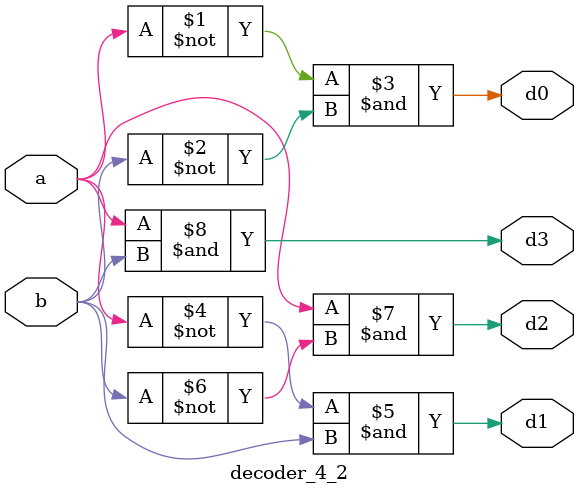
<source format=v>

module decoder_4_2(input a,b, output d0,d1,d2,d3);
  
  assign d0 = ~a&~b;
  assign d1 = ~a&b;
  assign d2 = a&~b;
  assign d3 = a&b;
  
endmodule

</source>
